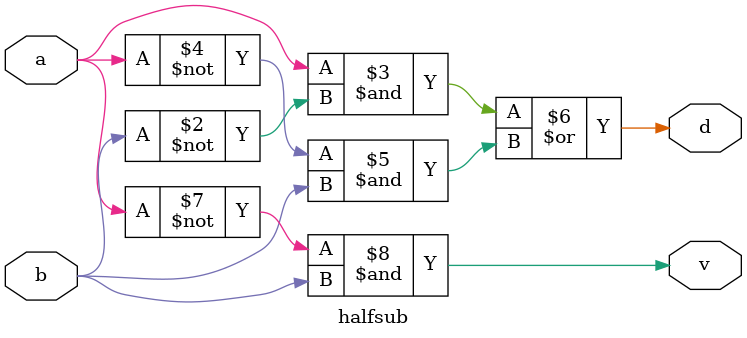
<source format=v>
`timescale 1ns / 1ps


module halfsub(output reg d,v,input a,b);
always @ *
begin
d= a&~b|~a&b;//difference
v=~a&b;//borrow
end
endmodule

</source>
